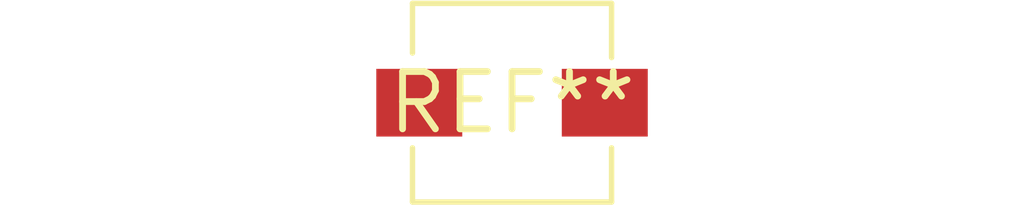
<source format=kicad_pcb>
(kicad_pcb (version 20240108) (generator pcbnew)
  (layers (0 "F.Cu" signal) (31 "B.Cu" signal) (34 "B.Paste" user) (35 "F.Paste" user) (36 "B.SilkS" user "B.Silkscreen") (37 "F.SilkS" user "F.Silkscreen") (38 "B.Mask" user) (39 "F.Mask" user) (44 "Edge.Cuts" user))
  (net 0 "")
  (footprint "L_TracoPower_TCK-141" (layer "F.Cu") (at 0 0)
    (property "Reference" "REF**")
    (property "Value" "L_TracoPower_TCK-141")
    (fp_line (start -2.2 -2.2) (end 2.2 -2.2) (layer "F.SilkS") (stroke (width 0.12)))
    (fp_line (start -2.2 -1.1) (end -2.2 -2.2) (layer "F.SilkS") (stroke (width 0.12)))
    (fp_line (start -2.2 2.2) (end -2.2 1) (layer "F.SilkS") (stroke (width 0.12)))
    (fp_line (start 2.2 -2.2) (end 2.2 -1) (layer "F.SilkS") (stroke (width 0.12)))
    (fp_line (start 2.2 1) (end 2.2 2.2) (layer "F.SilkS") (stroke (width 0.12)))
    (fp_line (start 2.2 2.2) (end -2.2 2.2) (layer "F.SilkS") (stroke (width 0.12)))
    (pad "1" smd rect (at -2.05 0) (size 1.9 1.5) (layers "F.Cu" "F.Paste" "F.Mask"))
    (pad "2" smd rect (at 2.05 0) (size 1.9 1.5) (layers "F.Cu" "F.Paste" "F.Mask"))
  )
)
</source>
